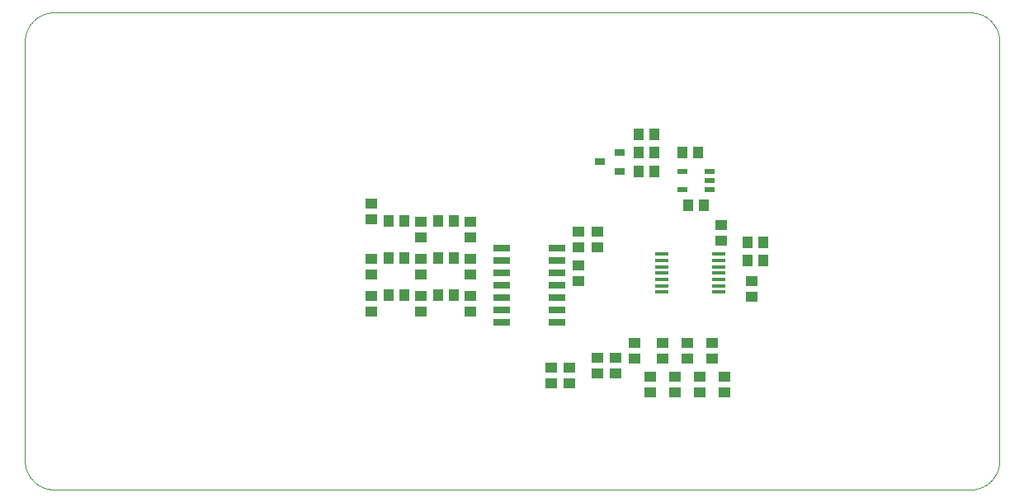
<source format=gtp>
G75*
%MOIN*%
%OFA0B0*%
%FSLAX25Y25*%
%IPPOS*%
%LPD*%
%AMOC8*
5,1,8,0,0,1.08239X$1,22.5*
%
%ADD10C,0.00394*%
%ADD11R,0.05118X0.04331*%
%ADD12R,0.04331X0.05118*%
%ADD13R,0.03937X0.03150*%
%ADD14R,0.04331X0.02362*%
%ADD15R,0.06890X0.02756*%
%ADD16R,0.05315X0.01575*%
D10*
X0027595Y0013833D02*
X0027595Y0183125D01*
X0027598Y0183410D01*
X0027609Y0183696D01*
X0027626Y0183981D01*
X0027650Y0184265D01*
X0027681Y0184549D01*
X0027719Y0184832D01*
X0027764Y0185113D01*
X0027815Y0185394D01*
X0027873Y0185674D01*
X0027938Y0185952D01*
X0028010Y0186228D01*
X0028088Y0186502D01*
X0028173Y0186775D01*
X0028265Y0187045D01*
X0028363Y0187313D01*
X0028467Y0187579D01*
X0028578Y0187842D01*
X0028695Y0188102D01*
X0028818Y0188360D01*
X0028948Y0188614D01*
X0029084Y0188865D01*
X0029225Y0189113D01*
X0029373Y0189357D01*
X0029526Y0189598D01*
X0029686Y0189834D01*
X0029851Y0190067D01*
X0030021Y0190296D01*
X0030197Y0190521D01*
X0030379Y0190741D01*
X0030565Y0190957D01*
X0030757Y0191168D01*
X0030954Y0191375D01*
X0031156Y0191577D01*
X0031363Y0191774D01*
X0031574Y0191966D01*
X0031790Y0192152D01*
X0032010Y0192334D01*
X0032235Y0192510D01*
X0032464Y0192680D01*
X0032697Y0192845D01*
X0032933Y0193005D01*
X0033174Y0193158D01*
X0033418Y0193306D01*
X0033666Y0193447D01*
X0033917Y0193583D01*
X0034171Y0193713D01*
X0034429Y0193836D01*
X0034689Y0193953D01*
X0034952Y0194064D01*
X0035218Y0194168D01*
X0035486Y0194266D01*
X0035756Y0194358D01*
X0036029Y0194443D01*
X0036303Y0194521D01*
X0036579Y0194593D01*
X0036857Y0194658D01*
X0037137Y0194716D01*
X0037418Y0194767D01*
X0037699Y0194812D01*
X0037982Y0194850D01*
X0038266Y0194881D01*
X0038550Y0194905D01*
X0038835Y0194922D01*
X0039121Y0194933D01*
X0039406Y0194936D01*
X0409485Y0194936D01*
X0409770Y0194933D01*
X0410056Y0194922D01*
X0410341Y0194905D01*
X0410625Y0194881D01*
X0410909Y0194850D01*
X0411192Y0194812D01*
X0411473Y0194767D01*
X0411754Y0194716D01*
X0412034Y0194658D01*
X0412312Y0194593D01*
X0412588Y0194521D01*
X0412862Y0194443D01*
X0413135Y0194358D01*
X0413405Y0194266D01*
X0413673Y0194168D01*
X0413939Y0194064D01*
X0414202Y0193953D01*
X0414462Y0193836D01*
X0414720Y0193713D01*
X0414974Y0193583D01*
X0415225Y0193447D01*
X0415473Y0193306D01*
X0415717Y0193158D01*
X0415958Y0193005D01*
X0416194Y0192845D01*
X0416427Y0192680D01*
X0416656Y0192510D01*
X0416881Y0192334D01*
X0417101Y0192152D01*
X0417317Y0191966D01*
X0417528Y0191774D01*
X0417735Y0191577D01*
X0417937Y0191375D01*
X0418134Y0191168D01*
X0418326Y0190957D01*
X0418512Y0190741D01*
X0418694Y0190521D01*
X0418870Y0190296D01*
X0419040Y0190067D01*
X0419205Y0189834D01*
X0419365Y0189598D01*
X0419518Y0189357D01*
X0419666Y0189113D01*
X0419807Y0188865D01*
X0419943Y0188614D01*
X0420073Y0188360D01*
X0420196Y0188102D01*
X0420313Y0187842D01*
X0420424Y0187579D01*
X0420528Y0187313D01*
X0420626Y0187045D01*
X0420718Y0186775D01*
X0420803Y0186502D01*
X0420881Y0186228D01*
X0420953Y0185952D01*
X0421018Y0185674D01*
X0421076Y0185394D01*
X0421127Y0185113D01*
X0421172Y0184832D01*
X0421210Y0184549D01*
X0421241Y0184265D01*
X0421265Y0183981D01*
X0421282Y0183696D01*
X0421293Y0183410D01*
X0421296Y0183125D01*
X0421296Y0013833D01*
X0421293Y0013548D01*
X0421282Y0013262D01*
X0421265Y0012977D01*
X0421241Y0012693D01*
X0421210Y0012409D01*
X0421172Y0012126D01*
X0421127Y0011845D01*
X0421076Y0011564D01*
X0421018Y0011284D01*
X0420953Y0011006D01*
X0420881Y0010730D01*
X0420803Y0010456D01*
X0420718Y0010183D01*
X0420626Y0009913D01*
X0420528Y0009645D01*
X0420424Y0009379D01*
X0420313Y0009116D01*
X0420196Y0008856D01*
X0420073Y0008598D01*
X0419943Y0008344D01*
X0419807Y0008093D01*
X0419666Y0007845D01*
X0419518Y0007601D01*
X0419365Y0007360D01*
X0419205Y0007124D01*
X0419040Y0006891D01*
X0418870Y0006662D01*
X0418694Y0006437D01*
X0418512Y0006217D01*
X0418326Y0006001D01*
X0418134Y0005790D01*
X0417937Y0005583D01*
X0417735Y0005381D01*
X0417528Y0005184D01*
X0417317Y0004992D01*
X0417101Y0004806D01*
X0416881Y0004624D01*
X0416656Y0004448D01*
X0416427Y0004278D01*
X0416194Y0004113D01*
X0415958Y0003953D01*
X0415717Y0003800D01*
X0415473Y0003652D01*
X0415225Y0003511D01*
X0414974Y0003375D01*
X0414720Y0003245D01*
X0414462Y0003122D01*
X0414202Y0003005D01*
X0413939Y0002894D01*
X0413673Y0002790D01*
X0413405Y0002692D01*
X0413135Y0002600D01*
X0412862Y0002515D01*
X0412588Y0002437D01*
X0412312Y0002365D01*
X0412034Y0002300D01*
X0411754Y0002242D01*
X0411473Y0002191D01*
X0411192Y0002146D01*
X0410909Y0002108D01*
X0410625Y0002077D01*
X0410341Y0002053D01*
X0410056Y0002036D01*
X0409770Y0002025D01*
X0409485Y0002022D01*
X0039406Y0002022D01*
X0039121Y0002025D01*
X0038835Y0002036D01*
X0038550Y0002053D01*
X0038266Y0002077D01*
X0037982Y0002108D01*
X0037699Y0002146D01*
X0037418Y0002191D01*
X0037137Y0002242D01*
X0036857Y0002300D01*
X0036579Y0002365D01*
X0036303Y0002437D01*
X0036029Y0002515D01*
X0035756Y0002600D01*
X0035486Y0002692D01*
X0035218Y0002790D01*
X0034952Y0002894D01*
X0034689Y0003005D01*
X0034429Y0003122D01*
X0034171Y0003245D01*
X0033917Y0003375D01*
X0033666Y0003511D01*
X0033418Y0003652D01*
X0033174Y0003800D01*
X0032933Y0003953D01*
X0032697Y0004113D01*
X0032464Y0004278D01*
X0032235Y0004448D01*
X0032010Y0004624D01*
X0031790Y0004806D01*
X0031574Y0004992D01*
X0031363Y0005184D01*
X0031156Y0005381D01*
X0030954Y0005583D01*
X0030757Y0005790D01*
X0030565Y0006001D01*
X0030379Y0006217D01*
X0030197Y0006437D01*
X0030021Y0006662D01*
X0029851Y0006891D01*
X0029686Y0007124D01*
X0029526Y0007360D01*
X0029373Y0007601D01*
X0029225Y0007845D01*
X0029084Y0008093D01*
X0028948Y0008344D01*
X0028818Y0008598D01*
X0028695Y0008856D01*
X0028578Y0009116D01*
X0028467Y0009379D01*
X0028363Y0009645D01*
X0028265Y0009913D01*
X0028173Y0010183D01*
X0028088Y0010456D01*
X0028010Y0010730D01*
X0027938Y0011006D01*
X0027873Y0011284D01*
X0027815Y0011564D01*
X0027764Y0011845D01*
X0027719Y0012126D01*
X0027681Y0012409D01*
X0027650Y0012693D01*
X0027626Y0012977D01*
X0027609Y0013262D01*
X0027598Y0013548D01*
X0027595Y0013833D01*
D11*
X0167595Y0073873D03*
X0167595Y0080172D03*
X0167595Y0088873D03*
X0167595Y0095172D03*
X0187595Y0095172D03*
X0187595Y0088873D03*
X0187595Y0080172D03*
X0187595Y0073873D03*
X0207595Y0073873D03*
X0207595Y0080172D03*
X0207595Y0088873D03*
X0207595Y0095172D03*
X0207595Y0103873D03*
X0207595Y0110172D03*
X0187595Y0110172D03*
X0187595Y0103873D03*
X0167595Y0111373D03*
X0167595Y0117672D03*
X0251345Y0106422D03*
X0251345Y0100123D03*
X0258845Y0100123D03*
X0258845Y0106422D03*
X0251345Y0092672D03*
X0251345Y0086373D03*
X0273845Y0061422D03*
X0273845Y0055123D03*
X0266345Y0055172D03*
X0258845Y0055172D03*
X0258845Y0048873D03*
X0266345Y0048873D03*
X0280095Y0047672D03*
X0290095Y0047672D03*
X0300095Y0047672D03*
X0300095Y0041373D03*
X0290095Y0041373D03*
X0280095Y0041373D03*
X0285095Y0055123D03*
X0295095Y0055123D03*
X0305095Y0055123D03*
X0305095Y0061422D03*
X0295095Y0061422D03*
X0285095Y0061422D03*
X0310095Y0047672D03*
X0310095Y0041373D03*
X0247595Y0045123D03*
X0240095Y0045123D03*
X0240095Y0051422D03*
X0247595Y0051422D03*
X0321345Y0080123D03*
X0321345Y0086422D03*
X0308845Y0102623D03*
X0308845Y0108922D03*
D12*
X0301995Y0117022D03*
X0295696Y0117022D03*
X0281995Y0130772D03*
X0275696Y0130772D03*
X0275696Y0138272D03*
X0281995Y0138272D03*
X0281995Y0145772D03*
X0275696Y0145772D03*
X0293196Y0138272D03*
X0299495Y0138272D03*
X0319446Y0102022D03*
X0325745Y0102022D03*
X0325745Y0094522D03*
X0319446Y0094522D03*
X0200745Y0095772D03*
X0194446Y0095772D03*
X0180745Y0095772D03*
X0174446Y0095772D03*
X0174446Y0110772D03*
X0180745Y0110772D03*
X0194446Y0110772D03*
X0200745Y0110772D03*
X0200745Y0080772D03*
X0194446Y0080772D03*
X0180745Y0080772D03*
X0174446Y0080772D03*
D13*
X0267782Y0130782D03*
X0259908Y0134522D03*
X0267782Y0138262D03*
D14*
X0293333Y0130762D03*
X0304357Y0130762D03*
X0304357Y0127022D03*
X0304357Y0123282D03*
X0293333Y0123282D03*
D15*
X0242467Y0099522D03*
X0242467Y0094522D03*
X0242467Y0089522D03*
X0242467Y0084522D03*
X0242467Y0079522D03*
X0242467Y0074522D03*
X0242467Y0069522D03*
X0220223Y0069522D03*
X0220223Y0074522D03*
X0220223Y0079522D03*
X0220223Y0084522D03*
X0220223Y0089522D03*
X0220223Y0094522D03*
X0220223Y0099522D03*
D16*
X0284829Y0097199D03*
X0284829Y0094640D03*
X0284829Y0092081D03*
X0284829Y0089522D03*
X0284829Y0086963D03*
X0284829Y0084404D03*
X0284829Y0081845D03*
X0307861Y0081845D03*
X0307861Y0084404D03*
X0307861Y0086963D03*
X0307861Y0089522D03*
X0307861Y0092081D03*
X0307861Y0094640D03*
X0307861Y0097199D03*
M02*

</source>
